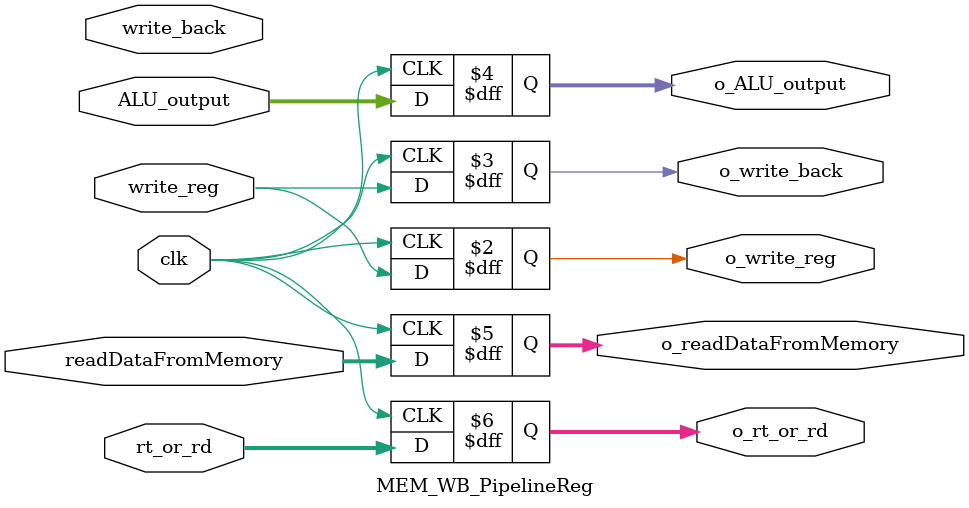
<source format=v>

`timescale 1 ns / 1 ps

module MEM_WB_PipelineReg (clk,ALU_output,readDataFromMemory,rt_or_rd,write_reg,write_back,o_write_reg,o_write_back,o_ALU_output,o_readDataFromMemory,
	o_rt_or_rd); 
	
	input wire clk ;

	input wire [31:0] ALU_output ;
	input wire [31:0] readDataFromMemory ; 
	input wire [4:0] rt_or_rd ;	
	
	// control signals 
	input wire write_reg;
	input wire write_back;
	
	output reg o_write_reg;
	output reg o_write_back;
	output reg [31:0] o_ALU_output,o_readDataFromMemory;
	output reg [4:0] o_rt_or_rd;  
	
	always @ (posedge clk)
		begin
			o_ALU_output<=ALU_output;
			o_readDataFromMemory<=readDataFromMemory;
			o_rt_or_rd<=rt_or_rd;
			o_write_reg<=write_reg;
			o_write_back<=write_reg;
		end	

endmodule

</source>
